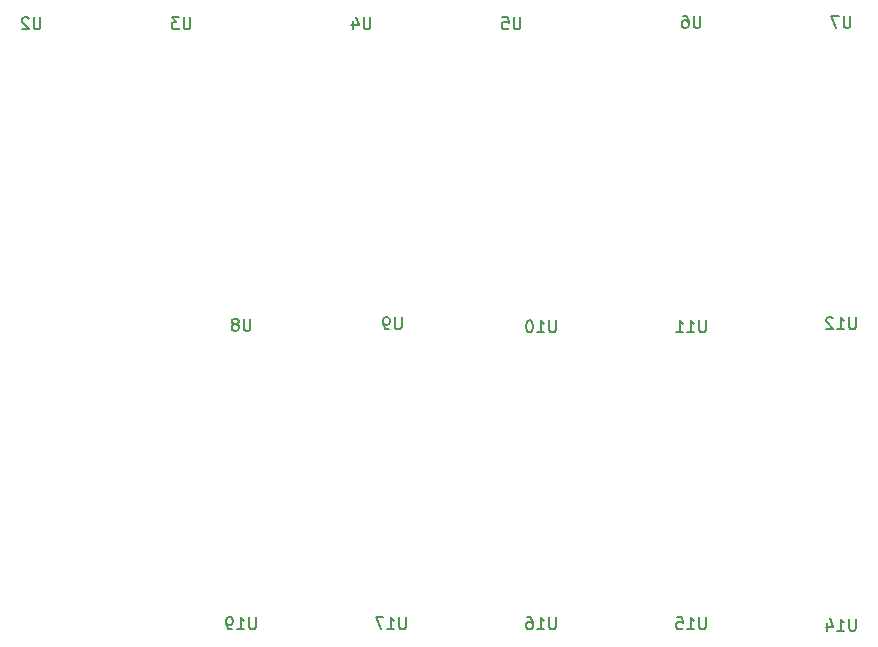
<source format=gbo>
%TF.GenerationSoftware,KiCad,Pcbnew,7.0.8*%
%TF.CreationDate,2023-10-10T00:58:14-07:00*%
%TF.ProjectId,htpm_control_numericals,6874706d-5f63-46f6-9e74-726f6c5f6e75,1*%
%TF.SameCoordinates,Original*%
%TF.FileFunction,Legend,Bot*%
%TF.FilePolarity,Positive*%
%FSLAX46Y46*%
G04 Gerber Fmt 4.6, Leading zero omitted, Abs format (unit mm)*
G04 Created by KiCad (PCBNEW 7.0.8) date 2023-10-10 00:58:14*
%MOMM*%
%LPD*%
G01*
G04 APERTURE LIST*
%ADD10C,0.150000*%
G04 APERTURE END LIST*
D10*
X187928094Y-78067219D02*
X187928094Y-78876742D01*
X187928094Y-78876742D02*
X187880475Y-78971980D01*
X187880475Y-78971980D02*
X187832856Y-79019600D01*
X187832856Y-79019600D02*
X187737618Y-79067219D01*
X187737618Y-79067219D02*
X187547142Y-79067219D01*
X187547142Y-79067219D02*
X187451904Y-79019600D01*
X187451904Y-79019600D02*
X187404285Y-78971980D01*
X187404285Y-78971980D02*
X187356666Y-78876742D01*
X187356666Y-78876742D02*
X187356666Y-78067219D01*
X186356666Y-79067219D02*
X186928094Y-79067219D01*
X186642380Y-79067219D02*
X186642380Y-78067219D01*
X186642380Y-78067219D02*
X186737618Y-78210076D01*
X186737618Y-78210076D02*
X186832856Y-78305314D01*
X186832856Y-78305314D02*
X186928094Y-78352933D01*
X185975713Y-78162457D02*
X185928094Y-78114838D01*
X185928094Y-78114838D02*
X185832856Y-78067219D01*
X185832856Y-78067219D02*
X185594761Y-78067219D01*
X185594761Y-78067219D02*
X185499523Y-78114838D01*
X185499523Y-78114838D02*
X185451904Y-78162457D01*
X185451904Y-78162457D02*
X185404285Y-78257695D01*
X185404285Y-78257695D02*
X185404285Y-78352933D01*
X185404285Y-78352933D02*
X185451904Y-78495790D01*
X185451904Y-78495790D02*
X186023332Y-79067219D01*
X186023332Y-79067219D02*
X185404285Y-79067219D01*
X187928094Y-103594819D02*
X187928094Y-104404342D01*
X187928094Y-104404342D02*
X187880475Y-104499580D01*
X187880475Y-104499580D02*
X187832856Y-104547200D01*
X187832856Y-104547200D02*
X187737618Y-104594819D01*
X187737618Y-104594819D02*
X187547142Y-104594819D01*
X187547142Y-104594819D02*
X187451904Y-104547200D01*
X187451904Y-104547200D02*
X187404285Y-104499580D01*
X187404285Y-104499580D02*
X187356666Y-104404342D01*
X187356666Y-104404342D02*
X187356666Y-103594819D01*
X186356666Y-104594819D02*
X186928094Y-104594819D01*
X186642380Y-104594819D02*
X186642380Y-103594819D01*
X186642380Y-103594819D02*
X186737618Y-103737676D01*
X186737618Y-103737676D02*
X186832856Y-103832914D01*
X186832856Y-103832914D02*
X186928094Y-103880533D01*
X185499523Y-103928152D02*
X185499523Y-104594819D01*
X185737618Y-103547200D02*
X185975713Y-104261485D01*
X185975713Y-104261485D02*
X185356666Y-104261485D01*
X162528094Y-103472319D02*
X162528094Y-104281842D01*
X162528094Y-104281842D02*
X162480475Y-104377080D01*
X162480475Y-104377080D02*
X162432856Y-104424700D01*
X162432856Y-104424700D02*
X162337618Y-104472319D01*
X162337618Y-104472319D02*
X162147142Y-104472319D01*
X162147142Y-104472319D02*
X162051904Y-104424700D01*
X162051904Y-104424700D02*
X162004285Y-104377080D01*
X162004285Y-104377080D02*
X161956666Y-104281842D01*
X161956666Y-104281842D02*
X161956666Y-103472319D01*
X160956666Y-104472319D02*
X161528094Y-104472319D01*
X161242380Y-104472319D02*
X161242380Y-103472319D01*
X161242380Y-103472319D02*
X161337618Y-103615176D01*
X161337618Y-103615176D02*
X161432856Y-103710414D01*
X161432856Y-103710414D02*
X161528094Y-103758033D01*
X160099523Y-103472319D02*
X160289999Y-103472319D01*
X160289999Y-103472319D02*
X160385237Y-103519938D01*
X160385237Y-103519938D02*
X160432856Y-103567557D01*
X160432856Y-103567557D02*
X160528094Y-103710414D01*
X160528094Y-103710414D02*
X160575713Y-103900890D01*
X160575713Y-103900890D02*
X160575713Y-104281842D01*
X160575713Y-104281842D02*
X160528094Y-104377080D01*
X160528094Y-104377080D02*
X160480475Y-104424700D01*
X160480475Y-104424700D02*
X160385237Y-104472319D01*
X160385237Y-104472319D02*
X160194761Y-104472319D01*
X160194761Y-104472319D02*
X160099523Y-104424700D01*
X160099523Y-104424700D02*
X160051904Y-104377080D01*
X160051904Y-104377080D02*
X160004285Y-104281842D01*
X160004285Y-104281842D02*
X160004285Y-104043747D01*
X160004285Y-104043747D02*
X160051904Y-103948509D01*
X160051904Y-103948509D02*
X160099523Y-103900890D01*
X160099523Y-103900890D02*
X160194761Y-103853271D01*
X160194761Y-103853271D02*
X160385237Y-103853271D01*
X160385237Y-103853271D02*
X160480475Y-103900890D01*
X160480475Y-103900890D02*
X160528094Y-103948509D01*
X160528094Y-103948509D02*
X160575713Y-104043747D01*
X175228094Y-78317319D02*
X175228094Y-79126842D01*
X175228094Y-79126842D02*
X175180475Y-79222080D01*
X175180475Y-79222080D02*
X175132856Y-79269700D01*
X175132856Y-79269700D02*
X175037618Y-79317319D01*
X175037618Y-79317319D02*
X174847142Y-79317319D01*
X174847142Y-79317319D02*
X174751904Y-79269700D01*
X174751904Y-79269700D02*
X174704285Y-79222080D01*
X174704285Y-79222080D02*
X174656666Y-79126842D01*
X174656666Y-79126842D02*
X174656666Y-78317319D01*
X173656666Y-79317319D02*
X174228094Y-79317319D01*
X173942380Y-79317319D02*
X173942380Y-78317319D01*
X173942380Y-78317319D02*
X174037618Y-78460176D01*
X174037618Y-78460176D02*
X174132856Y-78555414D01*
X174132856Y-78555414D02*
X174228094Y-78603033D01*
X172704285Y-79317319D02*
X173275713Y-79317319D01*
X172989999Y-79317319D02*
X172989999Y-78317319D01*
X172989999Y-78317319D02*
X173085237Y-78460176D01*
X173085237Y-78460176D02*
X173180475Y-78555414D01*
X173180475Y-78555414D02*
X173275713Y-78603033D01*
X149828094Y-103472319D02*
X149828094Y-104281842D01*
X149828094Y-104281842D02*
X149780475Y-104377080D01*
X149780475Y-104377080D02*
X149732856Y-104424700D01*
X149732856Y-104424700D02*
X149637618Y-104472319D01*
X149637618Y-104472319D02*
X149447142Y-104472319D01*
X149447142Y-104472319D02*
X149351904Y-104424700D01*
X149351904Y-104424700D02*
X149304285Y-104377080D01*
X149304285Y-104377080D02*
X149256666Y-104281842D01*
X149256666Y-104281842D02*
X149256666Y-103472319D01*
X148256666Y-104472319D02*
X148828094Y-104472319D01*
X148542380Y-104472319D02*
X148542380Y-103472319D01*
X148542380Y-103472319D02*
X148637618Y-103615176D01*
X148637618Y-103615176D02*
X148732856Y-103710414D01*
X148732856Y-103710414D02*
X148828094Y-103758033D01*
X147923332Y-103472319D02*
X147256666Y-103472319D01*
X147256666Y-103472319D02*
X147685237Y-104472319D01*
X159511904Y-52672319D02*
X159511904Y-53481842D01*
X159511904Y-53481842D02*
X159464285Y-53577080D01*
X159464285Y-53577080D02*
X159416666Y-53624700D01*
X159416666Y-53624700D02*
X159321428Y-53672319D01*
X159321428Y-53672319D02*
X159130952Y-53672319D01*
X159130952Y-53672319D02*
X159035714Y-53624700D01*
X159035714Y-53624700D02*
X158988095Y-53577080D01*
X158988095Y-53577080D02*
X158940476Y-53481842D01*
X158940476Y-53481842D02*
X158940476Y-52672319D01*
X157988095Y-52672319D02*
X158464285Y-52672319D01*
X158464285Y-52672319D02*
X158511904Y-53148509D01*
X158511904Y-53148509D02*
X158464285Y-53100890D01*
X158464285Y-53100890D02*
X158369047Y-53053271D01*
X158369047Y-53053271D02*
X158130952Y-53053271D01*
X158130952Y-53053271D02*
X158035714Y-53100890D01*
X158035714Y-53100890D02*
X157988095Y-53148509D01*
X157988095Y-53148509D02*
X157940476Y-53243747D01*
X157940476Y-53243747D02*
X157940476Y-53481842D01*
X157940476Y-53481842D02*
X157988095Y-53577080D01*
X157988095Y-53577080D02*
X158035714Y-53624700D01*
X158035714Y-53624700D02*
X158130952Y-53672319D01*
X158130952Y-53672319D02*
X158369047Y-53672319D01*
X158369047Y-53672319D02*
X158464285Y-53624700D01*
X158464285Y-53624700D02*
X158511904Y-53577080D01*
X137128094Y-103472319D02*
X137128094Y-104281842D01*
X137128094Y-104281842D02*
X137080475Y-104377080D01*
X137080475Y-104377080D02*
X137032856Y-104424700D01*
X137032856Y-104424700D02*
X136937618Y-104472319D01*
X136937618Y-104472319D02*
X136747142Y-104472319D01*
X136747142Y-104472319D02*
X136651904Y-104424700D01*
X136651904Y-104424700D02*
X136604285Y-104377080D01*
X136604285Y-104377080D02*
X136556666Y-104281842D01*
X136556666Y-104281842D02*
X136556666Y-103472319D01*
X135556666Y-104472319D02*
X136128094Y-104472319D01*
X135842380Y-104472319D02*
X135842380Y-103472319D01*
X135842380Y-103472319D02*
X135937618Y-103615176D01*
X135937618Y-103615176D02*
X136032856Y-103710414D01*
X136032856Y-103710414D02*
X136128094Y-103758033D01*
X135080475Y-104472319D02*
X134889999Y-104472319D01*
X134889999Y-104472319D02*
X134794761Y-104424700D01*
X134794761Y-104424700D02*
X134747142Y-104377080D01*
X134747142Y-104377080D02*
X134651904Y-104234223D01*
X134651904Y-104234223D02*
X134604285Y-104043747D01*
X134604285Y-104043747D02*
X134604285Y-103662795D01*
X134604285Y-103662795D02*
X134651904Y-103567557D01*
X134651904Y-103567557D02*
X134699523Y-103519938D01*
X134699523Y-103519938D02*
X134794761Y-103472319D01*
X134794761Y-103472319D02*
X134985237Y-103472319D01*
X134985237Y-103472319D02*
X135080475Y-103519938D01*
X135080475Y-103519938D02*
X135128094Y-103567557D01*
X135128094Y-103567557D02*
X135175713Y-103662795D01*
X135175713Y-103662795D02*
X135175713Y-103900890D01*
X135175713Y-103900890D02*
X135128094Y-103996128D01*
X135128094Y-103996128D02*
X135080475Y-104043747D01*
X135080475Y-104043747D02*
X134985237Y-104091366D01*
X134985237Y-104091366D02*
X134794761Y-104091366D01*
X134794761Y-104091366D02*
X134699523Y-104043747D01*
X134699523Y-104043747D02*
X134651904Y-103996128D01*
X134651904Y-103996128D02*
X134604285Y-103900890D01*
X175228094Y-103472319D02*
X175228094Y-104281842D01*
X175228094Y-104281842D02*
X175180475Y-104377080D01*
X175180475Y-104377080D02*
X175132856Y-104424700D01*
X175132856Y-104424700D02*
X175037618Y-104472319D01*
X175037618Y-104472319D02*
X174847142Y-104472319D01*
X174847142Y-104472319D02*
X174751904Y-104424700D01*
X174751904Y-104424700D02*
X174704285Y-104377080D01*
X174704285Y-104377080D02*
X174656666Y-104281842D01*
X174656666Y-104281842D02*
X174656666Y-103472319D01*
X173656666Y-104472319D02*
X174228094Y-104472319D01*
X173942380Y-104472319D02*
X173942380Y-103472319D01*
X173942380Y-103472319D02*
X174037618Y-103615176D01*
X174037618Y-103615176D02*
X174132856Y-103710414D01*
X174132856Y-103710414D02*
X174228094Y-103758033D01*
X172751904Y-103472319D02*
X173228094Y-103472319D01*
X173228094Y-103472319D02*
X173275713Y-103948509D01*
X173275713Y-103948509D02*
X173228094Y-103900890D01*
X173228094Y-103900890D02*
X173132856Y-103853271D01*
X173132856Y-103853271D02*
X172894761Y-103853271D01*
X172894761Y-103853271D02*
X172799523Y-103900890D01*
X172799523Y-103900890D02*
X172751904Y-103948509D01*
X172751904Y-103948509D02*
X172704285Y-104043747D01*
X172704285Y-104043747D02*
X172704285Y-104281842D01*
X172704285Y-104281842D02*
X172751904Y-104377080D01*
X172751904Y-104377080D02*
X172799523Y-104424700D01*
X172799523Y-104424700D02*
X172894761Y-104472319D01*
X172894761Y-104472319D02*
X173132856Y-104472319D01*
X173132856Y-104472319D02*
X173228094Y-104424700D01*
X173228094Y-104424700D02*
X173275713Y-104377080D01*
X149450604Y-78067219D02*
X149450604Y-78876742D01*
X149450604Y-78876742D02*
X149402985Y-78971980D01*
X149402985Y-78971980D02*
X149355366Y-79019600D01*
X149355366Y-79019600D02*
X149260128Y-79067219D01*
X149260128Y-79067219D02*
X149069652Y-79067219D01*
X149069652Y-79067219D02*
X148974414Y-79019600D01*
X148974414Y-79019600D02*
X148926795Y-78971980D01*
X148926795Y-78971980D02*
X148879176Y-78876742D01*
X148879176Y-78876742D02*
X148879176Y-78067219D01*
X148355366Y-79067219D02*
X148164890Y-79067219D01*
X148164890Y-79067219D02*
X148069652Y-79019600D01*
X148069652Y-79019600D02*
X148022033Y-78971980D01*
X148022033Y-78971980D02*
X147926795Y-78829123D01*
X147926795Y-78829123D02*
X147879176Y-78638647D01*
X147879176Y-78638647D02*
X147879176Y-78257695D01*
X147879176Y-78257695D02*
X147926795Y-78162457D01*
X147926795Y-78162457D02*
X147974414Y-78114838D01*
X147974414Y-78114838D02*
X148069652Y-78067219D01*
X148069652Y-78067219D02*
X148260128Y-78067219D01*
X148260128Y-78067219D02*
X148355366Y-78114838D01*
X148355366Y-78114838D02*
X148402985Y-78162457D01*
X148402985Y-78162457D02*
X148450604Y-78257695D01*
X148450604Y-78257695D02*
X148450604Y-78495790D01*
X148450604Y-78495790D02*
X148402985Y-78591028D01*
X148402985Y-78591028D02*
X148355366Y-78638647D01*
X148355366Y-78638647D02*
X148260128Y-78686266D01*
X148260128Y-78686266D02*
X148069652Y-78686266D01*
X148069652Y-78686266D02*
X147974414Y-78638647D01*
X147974414Y-78638647D02*
X147926795Y-78591028D01*
X147926795Y-78591028D02*
X147879176Y-78495790D01*
X174751904Y-52544719D02*
X174751904Y-53354242D01*
X174751904Y-53354242D02*
X174704285Y-53449480D01*
X174704285Y-53449480D02*
X174656666Y-53497100D01*
X174656666Y-53497100D02*
X174561428Y-53544719D01*
X174561428Y-53544719D02*
X174370952Y-53544719D01*
X174370952Y-53544719D02*
X174275714Y-53497100D01*
X174275714Y-53497100D02*
X174228095Y-53449480D01*
X174228095Y-53449480D02*
X174180476Y-53354242D01*
X174180476Y-53354242D02*
X174180476Y-52544719D01*
X173275714Y-52544719D02*
X173466190Y-52544719D01*
X173466190Y-52544719D02*
X173561428Y-52592338D01*
X173561428Y-52592338D02*
X173609047Y-52639957D01*
X173609047Y-52639957D02*
X173704285Y-52782814D01*
X173704285Y-52782814D02*
X173751904Y-52973290D01*
X173751904Y-52973290D02*
X173751904Y-53354242D01*
X173751904Y-53354242D02*
X173704285Y-53449480D01*
X173704285Y-53449480D02*
X173656666Y-53497100D01*
X173656666Y-53497100D02*
X173561428Y-53544719D01*
X173561428Y-53544719D02*
X173370952Y-53544719D01*
X173370952Y-53544719D02*
X173275714Y-53497100D01*
X173275714Y-53497100D02*
X173228095Y-53449480D01*
X173228095Y-53449480D02*
X173180476Y-53354242D01*
X173180476Y-53354242D02*
X173180476Y-53116147D01*
X173180476Y-53116147D02*
X173228095Y-53020909D01*
X173228095Y-53020909D02*
X173275714Y-52973290D01*
X173275714Y-52973290D02*
X173370952Y-52925671D01*
X173370952Y-52925671D02*
X173561428Y-52925671D01*
X173561428Y-52925671D02*
X173656666Y-52973290D01*
X173656666Y-52973290D02*
X173704285Y-53020909D01*
X173704285Y-53020909D02*
X173751904Y-53116147D01*
X136651904Y-78194819D02*
X136651904Y-79004342D01*
X136651904Y-79004342D02*
X136604285Y-79099580D01*
X136604285Y-79099580D02*
X136556666Y-79147200D01*
X136556666Y-79147200D02*
X136461428Y-79194819D01*
X136461428Y-79194819D02*
X136270952Y-79194819D01*
X136270952Y-79194819D02*
X136175714Y-79147200D01*
X136175714Y-79147200D02*
X136128095Y-79099580D01*
X136128095Y-79099580D02*
X136080476Y-79004342D01*
X136080476Y-79004342D02*
X136080476Y-78194819D01*
X135461428Y-78623390D02*
X135556666Y-78575771D01*
X135556666Y-78575771D02*
X135604285Y-78528152D01*
X135604285Y-78528152D02*
X135651904Y-78432914D01*
X135651904Y-78432914D02*
X135651904Y-78385295D01*
X135651904Y-78385295D02*
X135604285Y-78290057D01*
X135604285Y-78290057D02*
X135556666Y-78242438D01*
X135556666Y-78242438D02*
X135461428Y-78194819D01*
X135461428Y-78194819D02*
X135270952Y-78194819D01*
X135270952Y-78194819D02*
X135175714Y-78242438D01*
X135175714Y-78242438D02*
X135128095Y-78290057D01*
X135128095Y-78290057D02*
X135080476Y-78385295D01*
X135080476Y-78385295D02*
X135080476Y-78432914D01*
X135080476Y-78432914D02*
X135128095Y-78528152D01*
X135128095Y-78528152D02*
X135175714Y-78575771D01*
X135175714Y-78575771D02*
X135270952Y-78623390D01*
X135270952Y-78623390D02*
X135461428Y-78623390D01*
X135461428Y-78623390D02*
X135556666Y-78671009D01*
X135556666Y-78671009D02*
X135604285Y-78718628D01*
X135604285Y-78718628D02*
X135651904Y-78813866D01*
X135651904Y-78813866D02*
X135651904Y-79004342D01*
X135651904Y-79004342D02*
X135604285Y-79099580D01*
X135604285Y-79099580D02*
X135556666Y-79147200D01*
X135556666Y-79147200D02*
X135461428Y-79194819D01*
X135461428Y-79194819D02*
X135270952Y-79194819D01*
X135270952Y-79194819D02*
X135175714Y-79147200D01*
X135175714Y-79147200D02*
X135128095Y-79099580D01*
X135128095Y-79099580D02*
X135080476Y-79004342D01*
X135080476Y-79004342D02*
X135080476Y-78813866D01*
X135080476Y-78813866D02*
X135128095Y-78718628D01*
X135128095Y-78718628D02*
X135175714Y-78671009D01*
X135175714Y-78671009D02*
X135270952Y-78623390D01*
X162528094Y-78317319D02*
X162528094Y-79126842D01*
X162528094Y-79126842D02*
X162480475Y-79222080D01*
X162480475Y-79222080D02*
X162432856Y-79269700D01*
X162432856Y-79269700D02*
X162337618Y-79317319D01*
X162337618Y-79317319D02*
X162147142Y-79317319D01*
X162147142Y-79317319D02*
X162051904Y-79269700D01*
X162051904Y-79269700D02*
X162004285Y-79222080D01*
X162004285Y-79222080D02*
X161956666Y-79126842D01*
X161956666Y-79126842D02*
X161956666Y-78317319D01*
X160956666Y-79317319D02*
X161528094Y-79317319D01*
X161242380Y-79317319D02*
X161242380Y-78317319D01*
X161242380Y-78317319D02*
X161337618Y-78460176D01*
X161337618Y-78460176D02*
X161432856Y-78555414D01*
X161432856Y-78555414D02*
X161528094Y-78603033D01*
X160337618Y-78317319D02*
X160242380Y-78317319D01*
X160242380Y-78317319D02*
X160147142Y-78364938D01*
X160147142Y-78364938D02*
X160099523Y-78412557D01*
X160099523Y-78412557D02*
X160051904Y-78507795D01*
X160051904Y-78507795D02*
X160004285Y-78698271D01*
X160004285Y-78698271D02*
X160004285Y-78936366D01*
X160004285Y-78936366D02*
X160051904Y-79126842D01*
X160051904Y-79126842D02*
X160099523Y-79222080D01*
X160099523Y-79222080D02*
X160147142Y-79269700D01*
X160147142Y-79269700D02*
X160242380Y-79317319D01*
X160242380Y-79317319D02*
X160337618Y-79317319D01*
X160337618Y-79317319D02*
X160432856Y-79269700D01*
X160432856Y-79269700D02*
X160480475Y-79222080D01*
X160480475Y-79222080D02*
X160528094Y-79126842D01*
X160528094Y-79126842D02*
X160575713Y-78936366D01*
X160575713Y-78936366D02*
X160575713Y-78698271D01*
X160575713Y-78698271D02*
X160528094Y-78507795D01*
X160528094Y-78507795D02*
X160480475Y-78412557D01*
X160480475Y-78412557D02*
X160432856Y-78364938D01*
X160432856Y-78364938D02*
X160337618Y-78317319D01*
X118871904Y-52672319D02*
X118871904Y-53481842D01*
X118871904Y-53481842D02*
X118824285Y-53577080D01*
X118824285Y-53577080D02*
X118776666Y-53624700D01*
X118776666Y-53624700D02*
X118681428Y-53672319D01*
X118681428Y-53672319D02*
X118490952Y-53672319D01*
X118490952Y-53672319D02*
X118395714Y-53624700D01*
X118395714Y-53624700D02*
X118348095Y-53577080D01*
X118348095Y-53577080D02*
X118300476Y-53481842D01*
X118300476Y-53481842D02*
X118300476Y-52672319D01*
X117871904Y-52767557D02*
X117824285Y-52719938D01*
X117824285Y-52719938D02*
X117729047Y-52672319D01*
X117729047Y-52672319D02*
X117490952Y-52672319D01*
X117490952Y-52672319D02*
X117395714Y-52719938D01*
X117395714Y-52719938D02*
X117348095Y-52767557D01*
X117348095Y-52767557D02*
X117300476Y-52862795D01*
X117300476Y-52862795D02*
X117300476Y-52958033D01*
X117300476Y-52958033D02*
X117348095Y-53100890D01*
X117348095Y-53100890D02*
X117919523Y-53672319D01*
X117919523Y-53672319D02*
X117300476Y-53672319D01*
X146811904Y-52672319D02*
X146811904Y-53481842D01*
X146811904Y-53481842D02*
X146764285Y-53577080D01*
X146764285Y-53577080D02*
X146716666Y-53624700D01*
X146716666Y-53624700D02*
X146621428Y-53672319D01*
X146621428Y-53672319D02*
X146430952Y-53672319D01*
X146430952Y-53672319D02*
X146335714Y-53624700D01*
X146335714Y-53624700D02*
X146288095Y-53577080D01*
X146288095Y-53577080D02*
X146240476Y-53481842D01*
X146240476Y-53481842D02*
X146240476Y-52672319D01*
X145335714Y-53005652D02*
X145335714Y-53672319D01*
X145573809Y-52624700D02*
X145811904Y-53338985D01*
X145811904Y-53338985D02*
X145192857Y-53338985D01*
X187451904Y-52544719D02*
X187451904Y-53354242D01*
X187451904Y-53354242D02*
X187404285Y-53449480D01*
X187404285Y-53449480D02*
X187356666Y-53497100D01*
X187356666Y-53497100D02*
X187261428Y-53544719D01*
X187261428Y-53544719D02*
X187070952Y-53544719D01*
X187070952Y-53544719D02*
X186975714Y-53497100D01*
X186975714Y-53497100D02*
X186928095Y-53449480D01*
X186928095Y-53449480D02*
X186880476Y-53354242D01*
X186880476Y-53354242D02*
X186880476Y-52544719D01*
X186499523Y-52544719D02*
X185832857Y-52544719D01*
X185832857Y-52544719D02*
X186261428Y-53544719D01*
X131571904Y-52672319D02*
X131571904Y-53481842D01*
X131571904Y-53481842D02*
X131524285Y-53577080D01*
X131524285Y-53577080D02*
X131476666Y-53624700D01*
X131476666Y-53624700D02*
X131381428Y-53672319D01*
X131381428Y-53672319D02*
X131190952Y-53672319D01*
X131190952Y-53672319D02*
X131095714Y-53624700D01*
X131095714Y-53624700D02*
X131048095Y-53577080D01*
X131048095Y-53577080D02*
X131000476Y-53481842D01*
X131000476Y-53481842D02*
X131000476Y-52672319D01*
X130619523Y-52672319D02*
X130000476Y-52672319D01*
X130000476Y-52672319D02*
X130333809Y-53053271D01*
X130333809Y-53053271D02*
X130190952Y-53053271D01*
X130190952Y-53053271D02*
X130095714Y-53100890D01*
X130095714Y-53100890D02*
X130048095Y-53148509D01*
X130048095Y-53148509D02*
X130000476Y-53243747D01*
X130000476Y-53243747D02*
X130000476Y-53481842D01*
X130000476Y-53481842D02*
X130048095Y-53577080D01*
X130048095Y-53577080D02*
X130095714Y-53624700D01*
X130095714Y-53624700D02*
X130190952Y-53672319D01*
X130190952Y-53672319D02*
X130476666Y-53672319D01*
X130476666Y-53672319D02*
X130571904Y-53624700D01*
X130571904Y-53624700D02*
X130619523Y-53577080D01*
M02*

</source>
